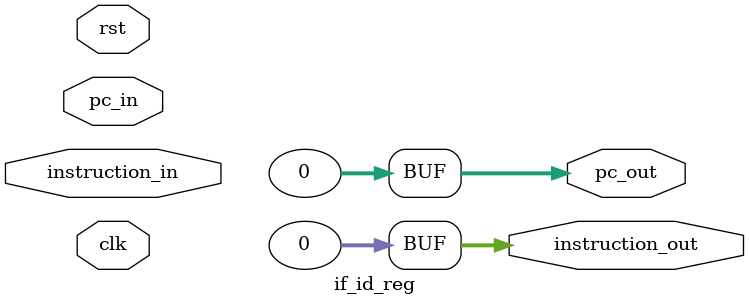
<source format=v>


`timescale 1ns / 1ps
module if_id_reg(clk,rst,pc_in,instruction_in,instruction_out,pc_out);
    input clk, rst;
	 input [31:0] instruction_in,pc_in;
	 output [31:0] instruction_out, pc_out;
	 reg [31:0] instruction_out, pc_out;

always@(rst)
begin
	instruction_out <= 32'b0;
	pc_out <= 32'b0;
end

always@(posedge clk)
begin
	instruction_out <= instruction_in;
	pc_out <= pc_in;
end
	 


endmodule

</source>
